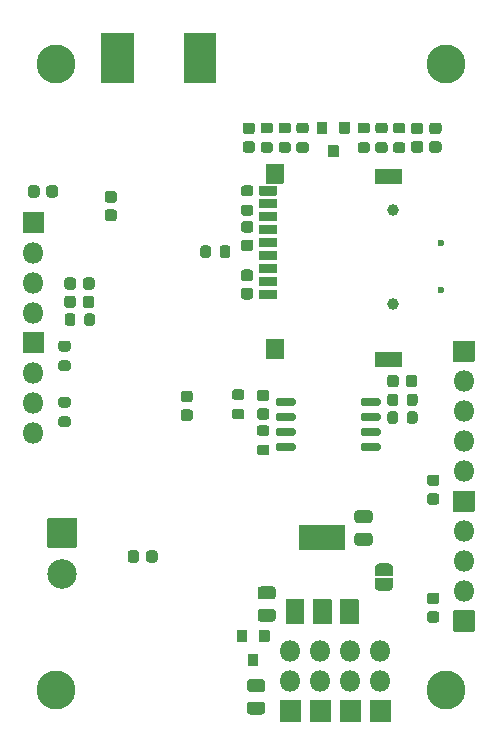
<source format=gbr>
G04 #@! TF.GenerationSoftware,KiCad,Pcbnew,(5.1.7)-1*
G04 #@! TF.CreationDate,2021-03-01T18:39:25+01:00*
G04 #@! TF.ProjectId,Zeggreus,5a656767-7265-4757-932e-6b696361645f,rev?*
G04 #@! TF.SameCoordinates,Original*
G04 #@! TF.FileFunction,Soldermask,Bot*
G04 #@! TF.FilePolarity,Negative*
%FSLAX46Y46*%
G04 Gerber Fmt 4.6, Leading zero omitted, Abs format (unit mm)*
G04 Created by KiCad (PCBNEW (5.1.7)-1) date 2021-03-01 18:39:25*
%MOMM*%
%LPD*%
G01*
G04 APERTURE LIST*
%ADD10C,0.100000*%
%ADD11O,1.800000X1.800000*%
%ADD12C,2.500000*%
%ADD13O,0.600000X0.600000*%
%ADD14C,3.300000*%
%ADD15C,1.000000*%
G04 APERTURE END LIST*
D10*
G36*
X160549039Y-104359755D02*
G01*
X160546194Y-104369134D01*
X160541573Y-104377779D01*
X160535355Y-104385355D01*
X160527779Y-104391573D01*
X160519134Y-104396194D01*
X160509755Y-104399039D01*
X160500000Y-104400000D01*
X159000000Y-104400000D01*
X158990245Y-104399039D01*
X158980866Y-104396194D01*
X158972221Y-104391573D01*
X158964645Y-104385355D01*
X158958427Y-104377779D01*
X158953806Y-104369134D01*
X158950961Y-104359755D01*
X158950000Y-104350000D01*
X158950000Y-103850000D01*
X158950602Y-103843889D01*
X158950602Y-103825466D01*
X158950843Y-103820565D01*
X158955653Y-103771734D01*
X158956373Y-103766881D01*
X158965945Y-103718756D01*
X158967137Y-103713995D01*
X158981381Y-103667040D01*
X158983034Y-103662421D01*
X159001811Y-103617088D01*
X159003909Y-103612651D01*
X159027040Y-103569378D01*
X159029562Y-103565171D01*
X159056822Y-103524372D01*
X159059746Y-103520430D01*
X159090874Y-103482501D01*
X159094169Y-103478866D01*
X159128866Y-103444169D01*
X159132501Y-103440874D01*
X159170430Y-103409746D01*
X159174372Y-103406822D01*
X159215171Y-103379562D01*
X159219378Y-103377040D01*
X159262651Y-103353909D01*
X159267088Y-103351811D01*
X159312421Y-103333034D01*
X159317040Y-103331381D01*
X159363995Y-103317137D01*
X159368756Y-103315945D01*
X159416881Y-103306373D01*
X159421734Y-103305653D01*
X159470565Y-103300843D01*
X159475466Y-103300602D01*
X159493889Y-103300602D01*
X159500000Y-103300000D01*
X160000000Y-103300000D01*
X160006111Y-103300602D01*
X160024534Y-103300602D01*
X160029435Y-103300843D01*
X160078266Y-103305653D01*
X160083119Y-103306373D01*
X160131244Y-103315945D01*
X160136005Y-103317137D01*
X160182960Y-103331381D01*
X160187579Y-103333034D01*
X160232912Y-103351811D01*
X160237349Y-103353909D01*
X160280622Y-103377040D01*
X160284829Y-103379562D01*
X160325628Y-103406822D01*
X160329570Y-103409746D01*
X160367499Y-103440874D01*
X160371134Y-103444169D01*
X160405831Y-103478866D01*
X160409126Y-103482501D01*
X160440254Y-103520430D01*
X160443178Y-103524372D01*
X160470438Y-103565171D01*
X160472960Y-103569378D01*
X160496091Y-103612651D01*
X160498189Y-103617088D01*
X160516966Y-103662421D01*
X160518619Y-103667040D01*
X160532863Y-103713995D01*
X160534055Y-103718756D01*
X160543627Y-103766881D01*
X160544347Y-103771734D01*
X160549157Y-103820565D01*
X160549398Y-103825466D01*
X160549398Y-103843889D01*
X160550000Y-103850000D01*
X160550000Y-104350000D01*
X160549039Y-104359755D01*
G37*
G36*
X160549398Y-105156111D02*
G01*
X160549398Y-105174534D01*
X160549157Y-105179435D01*
X160544347Y-105228266D01*
X160543627Y-105233119D01*
X160534055Y-105281244D01*
X160532863Y-105286005D01*
X160518619Y-105332960D01*
X160516966Y-105337579D01*
X160498189Y-105382912D01*
X160496091Y-105387349D01*
X160472960Y-105430622D01*
X160470438Y-105434829D01*
X160443178Y-105475628D01*
X160440254Y-105479570D01*
X160409126Y-105517499D01*
X160405831Y-105521134D01*
X160371134Y-105555831D01*
X160367499Y-105559126D01*
X160329570Y-105590254D01*
X160325628Y-105593178D01*
X160284829Y-105620438D01*
X160280622Y-105622960D01*
X160237349Y-105646091D01*
X160232912Y-105648189D01*
X160187579Y-105666966D01*
X160182960Y-105668619D01*
X160136005Y-105682863D01*
X160131244Y-105684055D01*
X160083119Y-105693627D01*
X160078266Y-105694347D01*
X160029435Y-105699157D01*
X160024534Y-105699398D01*
X160006111Y-105699398D01*
X160000000Y-105700000D01*
X159500000Y-105700000D01*
X159493889Y-105699398D01*
X159475466Y-105699398D01*
X159470565Y-105699157D01*
X159421734Y-105694347D01*
X159416881Y-105693627D01*
X159368756Y-105684055D01*
X159363995Y-105682863D01*
X159317040Y-105668619D01*
X159312421Y-105666966D01*
X159267088Y-105648189D01*
X159262651Y-105646091D01*
X159219378Y-105622960D01*
X159215171Y-105620438D01*
X159174372Y-105593178D01*
X159170430Y-105590254D01*
X159132501Y-105559126D01*
X159128866Y-105555831D01*
X159094169Y-105521134D01*
X159090874Y-105517499D01*
X159059746Y-105479570D01*
X159056822Y-105475628D01*
X159029562Y-105434829D01*
X159027040Y-105430622D01*
X159003909Y-105387349D01*
X159001811Y-105382912D01*
X158983034Y-105337579D01*
X158981381Y-105332960D01*
X158967137Y-105286005D01*
X158965945Y-105281244D01*
X158956373Y-105233119D01*
X158955653Y-105228266D01*
X158950843Y-105179435D01*
X158950602Y-105174534D01*
X158950602Y-105156111D01*
X158950000Y-105150000D01*
X158950000Y-104650000D01*
X158950961Y-104640245D01*
X158953806Y-104630866D01*
X158958427Y-104622221D01*
X158964645Y-104614645D01*
X158972221Y-104608427D01*
X158980866Y-104603806D01*
X158990245Y-104600961D01*
X159000000Y-104600000D01*
X160500000Y-104600000D01*
X160509755Y-104600961D01*
X160519134Y-104603806D01*
X160527779Y-104608427D01*
X160535355Y-104614645D01*
X160541573Y-104622221D01*
X160546194Y-104630866D01*
X160549039Y-104640245D01*
X160550000Y-104650000D01*
X160550000Y-105150000D01*
X160549398Y-105156111D01*
G37*
G36*
G01*
X132400000Y-90900000D02*
X133000000Y-90900000D01*
G75*
G02*
X133225000Y-91125000I0J-225000D01*
G01*
X133225000Y-91575000D01*
G75*
G02*
X133000000Y-91800000I-225000J0D01*
G01*
X132400000Y-91800000D01*
G75*
G02*
X132175000Y-91575000I0J225000D01*
G01*
X132175000Y-91125000D01*
G75*
G02*
X132400000Y-90900000I225000J0D01*
G01*
G37*
G36*
G01*
X132400000Y-89250000D02*
X133000000Y-89250000D01*
G75*
G02*
X133225000Y-89475000I0J-225000D01*
G01*
X133225000Y-89925000D01*
G75*
G02*
X133000000Y-90150000I-225000J0D01*
G01*
X132400000Y-90150000D01*
G75*
G02*
X132175000Y-89925000I0J225000D01*
G01*
X132175000Y-89475000D01*
G75*
G02*
X132400000Y-89250000I225000J0D01*
G01*
G37*
D11*
X130050000Y-92260000D03*
X130050000Y-89720000D03*
X130050000Y-87180000D03*
G36*
G01*
X129150000Y-85490000D02*
X129150000Y-83790000D01*
G75*
G02*
X129200000Y-83740000I50000J0D01*
G01*
X130900000Y-83740000D01*
G75*
G02*
X130950000Y-83790000I0J-50000D01*
G01*
X130950000Y-85490000D01*
G75*
G02*
X130900000Y-85540000I-50000J0D01*
G01*
X129200000Y-85540000D01*
G75*
G02*
X129150000Y-85490000I0J50000D01*
G01*
G37*
G36*
G01*
X132400000Y-86150000D02*
X133000000Y-86150000D01*
G75*
G02*
X133225000Y-86375000I0J-225000D01*
G01*
X133225000Y-86825000D01*
G75*
G02*
X133000000Y-87050000I-225000J0D01*
G01*
X132400000Y-87050000D01*
G75*
G02*
X132175000Y-86825000I0J225000D01*
G01*
X132175000Y-86375000D01*
G75*
G02*
X132400000Y-86150000I225000J0D01*
G01*
G37*
G36*
G01*
X132400000Y-84500000D02*
X133000000Y-84500000D01*
G75*
G02*
X133225000Y-84725000I0J-225000D01*
G01*
X133225000Y-85175000D01*
G75*
G02*
X133000000Y-85400000I-225000J0D01*
G01*
X132400000Y-85400000D01*
G75*
G02*
X132175000Y-85175000I0J225000D01*
G01*
X132175000Y-84725000D01*
G75*
G02*
X132400000Y-84500000I225000J0D01*
G01*
G37*
D12*
X132500000Y-104250000D03*
G36*
G01*
X131300000Y-99500000D02*
X133700000Y-99500000D01*
G75*
G02*
X133750000Y-99550000I0J-50000D01*
G01*
X133750000Y-101950000D01*
G75*
G02*
X133700000Y-102000000I-50000J0D01*
G01*
X131300000Y-102000000D01*
G75*
G02*
X131250000Y-101950000I0J50000D01*
G01*
X131250000Y-99550000D01*
G75*
G02*
X131300000Y-99500000I50000J0D01*
G01*
G37*
G36*
G01*
X152550000Y-67675000D02*
X153150000Y-67675000D01*
G75*
G02*
X153375000Y-67900000I0J-225000D01*
G01*
X153375000Y-68350000D01*
G75*
G02*
X153150000Y-68575000I-225000J0D01*
G01*
X152550000Y-68575000D01*
G75*
G02*
X152325000Y-68350000I0J225000D01*
G01*
X152325000Y-67900000D01*
G75*
G02*
X152550000Y-67675000I225000J0D01*
G01*
G37*
G36*
G01*
X152550000Y-66025000D02*
X153150000Y-66025000D01*
G75*
G02*
X153375000Y-66250000I0J-225000D01*
G01*
X153375000Y-66700000D01*
G75*
G02*
X153150000Y-66925000I-225000J0D01*
G01*
X152550000Y-66925000D01*
G75*
G02*
X152325000Y-66700000I0J225000D01*
G01*
X152325000Y-66250000D01*
G75*
G02*
X152550000Y-66025000I225000J0D01*
G01*
G37*
G36*
G01*
X165616000Y-86242000D02*
X165616000Y-84542000D01*
G75*
G02*
X165666000Y-84492000I50000J0D01*
G01*
X167366000Y-84492000D01*
G75*
G02*
X167416000Y-84542000I0J-50000D01*
G01*
X167416000Y-86242000D01*
G75*
G02*
X167366000Y-86292000I-50000J0D01*
G01*
X165666000Y-86292000D01*
G75*
G02*
X165616000Y-86242000I0J50000D01*
G01*
G37*
G36*
G01*
X131150000Y-72125000D02*
X131150000Y-71575000D01*
G75*
G02*
X131400000Y-71325000I250000J0D01*
G01*
X131900000Y-71325000D01*
G75*
G02*
X132150000Y-71575000I0J-250000D01*
G01*
X132150000Y-72125000D01*
G75*
G02*
X131900000Y-72375000I-250000J0D01*
G01*
X131400000Y-72375000D01*
G75*
G02*
X131150000Y-72125000I0J250000D01*
G01*
G37*
G36*
G01*
X129600000Y-72125000D02*
X129600000Y-71575000D01*
G75*
G02*
X129850000Y-71325000I250000J0D01*
G01*
X130350000Y-71325000D01*
G75*
G02*
X130600000Y-71575000I0J-250000D01*
G01*
X130600000Y-72125000D01*
G75*
G02*
X130350000Y-72375000I-250000J0D01*
G01*
X129850000Y-72375000D01*
G75*
G02*
X129600000Y-72125000I0J250000D01*
G01*
G37*
G36*
G01*
X162275000Y-67575000D02*
X162825000Y-67575000D01*
G75*
G02*
X163075000Y-67825000I0J-250000D01*
G01*
X163075000Y-68325000D01*
G75*
G02*
X162825000Y-68575000I-250000J0D01*
G01*
X162275000Y-68575000D01*
G75*
G02*
X162025000Y-68325000I0J250000D01*
G01*
X162025000Y-67825000D01*
G75*
G02*
X162275000Y-67575000I250000J0D01*
G01*
G37*
G36*
G01*
X162275000Y-66025000D02*
X162825000Y-66025000D01*
G75*
G02*
X163075000Y-66275000I0J-250000D01*
G01*
X163075000Y-66775000D01*
G75*
G02*
X162825000Y-67025000I-250000J0D01*
G01*
X162275000Y-67025000D01*
G75*
G02*
X162025000Y-66775000I0J250000D01*
G01*
X162025000Y-66275000D01*
G75*
G02*
X162275000Y-66025000I250000J0D01*
G01*
G37*
G36*
G01*
X138527636Y-62687000D02*
X135862636Y-62687000D01*
G75*
G02*
X135812636Y-62637000I0J50000D01*
G01*
X135812636Y-58447000D01*
G75*
G02*
X135862636Y-58397000I50000J0D01*
G01*
X138527636Y-58397000D01*
G75*
G02*
X138577636Y-58447000I0J-50000D01*
G01*
X138577636Y-62637000D01*
G75*
G02*
X138527636Y-62687000I-50000J0D01*
G01*
G37*
G36*
G01*
X145512636Y-62687000D02*
X142847636Y-62687000D01*
G75*
G02*
X142797636Y-62637000I0J50000D01*
G01*
X142797636Y-58447000D01*
G75*
G02*
X142847636Y-58397000I50000J0D01*
G01*
X145512636Y-58397000D01*
G75*
G02*
X145562636Y-58447000I0J-50000D01*
G01*
X145562636Y-62637000D01*
G75*
G02*
X145512636Y-62687000I-50000J0D01*
G01*
G37*
D11*
X130050000Y-82100000D03*
X130050000Y-79560000D03*
X130050000Y-77020000D03*
G36*
G01*
X129150000Y-75330000D02*
X129150000Y-73630000D01*
G75*
G02*
X129200000Y-73580000I50000J0D01*
G01*
X130900000Y-73580000D01*
G75*
G02*
X130950000Y-73630000I0J-50000D01*
G01*
X130950000Y-75330000D01*
G75*
G02*
X130900000Y-75380000I-50000J0D01*
G01*
X129200000Y-75380000D01*
G75*
G02*
X129150000Y-75330000I0J50000D01*
G01*
G37*
G36*
G01*
X136891000Y-72817000D02*
X136341000Y-72817000D01*
G75*
G02*
X136091000Y-72567000I0J250000D01*
G01*
X136091000Y-72067000D01*
G75*
G02*
X136341000Y-71817000I250000J0D01*
G01*
X136891000Y-71817000D01*
G75*
G02*
X137141000Y-72067000I0J-250000D01*
G01*
X137141000Y-72567000D01*
G75*
G02*
X136891000Y-72817000I-250000J0D01*
G01*
G37*
G36*
G01*
X136891000Y-74367000D02*
X136341000Y-74367000D01*
G75*
G02*
X136091000Y-74117000I0J250000D01*
G01*
X136091000Y-73617000D01*
G75*
G02*
X136341000Y-73367000I250000J0D01*
G01*
X136891000Y-73367000D01*
G75*
G02*
X137141000Y-73617000I0J-250000D01*
G01*
X137141000Y-74117000D01*
G75*
G02*
X136891000Y-74367000I-250000J0D01*
G01*
G37*
G36*
G01*
X133625000Y-82400000D02*
X133625000Y-83000000D01*
G75*
G02*
X133400000Y-83225000I-225000J0D01*
G01*
X132950000Y-83225000D01*
G75*
G02*
X132725000Y-83000000I0J225000D01*
G01*
X132725000Y-82400000D01*
G75*
G02*
X132950000Y-82175000I225000J0D01*
G01*
X133400000Y-82175000D01*
G75*
G02*
X133625000Y-82400000I0J-225000D01*
G01*
G37*
G36*
G01*
X135275000Y-82400000D02*
X135275000Y-83000000D01*
G75*
G02*
X135050000Y-83225000I-225000J0D01*
G01*
X134600000Y-83225000D01*
G75*
G02*
X134375000Y-83000000I0J225000D01*
G01*
X134375000Y-82400000D01*
G75*
G02*
X134600000Y-82175000I225000J0D01*
G01*
X135050000Y-82175000D01*
G75*
G02*
X135275000Y-82400000I0J-225000D01*
G01*
G37*
G36*
G01*
X151650000Y-66925000D02*
X151050000Y-66925000D01*
G75*
G02*
X150825000Y-66700000I0J225000D01*
G01*
X150825000Y-66250000D01*
G75*
G02*
X151050000Y-66025000I225000J0D01*
G01*
X151650000Y-66025000D01*
G75*
G02*
X151875000Y-66250000I0J-225000D01*
G01*
X151875000Y-66700000D01*
G75*
G02*
X151650000Y-66925000I-225000J0D01*
G01*
G37*
G36*
G01*
X151650000Y-68575000D02*
X151050000Y-68575000D01*
G75*
G02*
X150825000Y-68350000I0J225000D01*
G01*
X150825000Y-67900000D01*
G75*
G02*
X151050000Y-67675000I225000J0D01*
G01*
X151650000Y-67675000D01*
G75*
G02*
X151875000Y-67900000I0J-225000D01*
G01*
X151875000Y-68350000D01*
G75*
G02*
X151650000Y-68575000I-225000J0D01*
G01*
G37*
G36*
G01*
X148266000Y-110992000D02*
X149066000Y-110992000D01*
G75*
G02*
X149116000Y-111042000I0J-50000D01*
G01*
X149116000Y-111942000D01*
G75*
G02*
X149066000Y-111992000I-50000J0D01*
G01*
X148266000Y-111992000D01*
G75*
G02*
X148216000Y-111942000I0J50000D01*
G01*
X148216000Y-111042000D01*
G75*
G02*
X148266000Y-110992000I50000J0D01*
G01*
G37*
G36*
G01*
X149216000Y-108992000D02*
X150016000Y-108992000D01*
G75*
G02*
X150066000Y-109042000I0J-50000D01*
G01*
X150066000Y-109942000D01*
G75*
G02*
X150016000Y-109992000I-50000J0D01*
G01*
X149216000Y-109992000D01*
G75*
G02*
X149166000Y-109942000I0J50000D01*
G01*
X149166000Y-109042000D01*
G75*
G02*
X149216000Y-108992000I50000J0D01*
G01*
G37*
G36*
G01*
X147316000Y-108992000D02*
X148116000Y-108992000D01*
G75*
G02*
X148166000Y-109042000I0J-50000D01*
G01*
X148166000Y-109942000D01*
G75*
G02*
X148116000Y-109992000I-50000J0D01*
G01*
X147316000Y-109992000D01*
G75*
G02*
X147266000Y-109942000I0J50000D01*
G01*
X147266000Y-109042000D01*
G75*
G02*
X147316000Y-108992000I50000J0D01*
G01*
G37*
G36*
G01*
X150316000Y-106392000D02*
X149316000Y-106392000D01*
G75*
G02*
X149041000Y-106117000I0J275000D01*
G01*
X149041000Y-105567000D01*
G75*
G02*
X149316000Y-105292000I275000J0D01*
G01*
X150316000Y-105292000D01*
G75*
G02*
X150591000Y-105567000I0J-275000D01*
G01*
X150591000Y-106117000D01*
G75*
G02*
X150316000Y-106392000I-275000J0D01*
G01*
G37*
G36*
G01*
X150316000Y-108292000D02*
X149316000Y-108292000D01*
G75*
G02*
X149041000Y-108017000I0J275000D01*
G01*
X149041000Y-107467000D01*
G75*
G02*
X149316000Y-107192000I275000J0D01*
G01*
X150316000Y-107192000D01*
G75*
G02*
X150591000Y-107467000I0J-275000D01*
G01*
X150591000Y-108017000D01*
G75*
G02*
X150316000Y-108292000I-275000J0D01*
G01*
G37*
G36*
G01*
X145850000Y-77250000D02*
X145850000Y-76650000D01*
G75*
G02*
X146075000Y-76425000I225000J0D01*
G01*
X146525000Y-76425000D01*
G75*
G02*
X146750000Y-76650000I0J-225000D01*
G01*
X146750000Y-77250000D01*
G75*
G02*
X146525000Y-77475000I-225000J0D01*
G01*
X146075000Y-77475000D01*
G75*
G02*
X145850000Y-77250000I0J225000D01*
G01*
G37*
G36*
G01*
X144200000Y-77250000D02*
X144200000Y-76650000D01*
G75*
G02*
X144425000Y-76425000I225000J0D01*
G01*
X144875000Y-76425000D01*
G75*
G02*
X145100000Y-76650000I0J-225000D01*
G01*
X145100000Y-77250000D01*
G75*
G02*
X144875000Y-77475000I-225000J0D01*
G01*
X144425000Y-77475000D01*
G75*
G02*
X144200000Y-77250000I0J225000D01*
G01*
G37*
G36*
G01*
X147866000Y-72992000D02*
X148466000Y-72992000D01*
G75*
G02*
X148691000Y-73217000I0J-225000D01*
G01*
X148691000Y-73667000D01*
G75*
G02*
X148466000Y-73892000I-225000J0D01*
G01*
X147866000Y-73892000D01*
G75*
G02*
X147641000Y-73667000I0J225000D01*
G01*
X147641000Y-73217000D01*
G75*
G02*
X147866000Y-72992000I225000J0D01*
G01*
G37*
G36*
G01*
X147866000Y-71342000D02*
X148466000Y-71342000D01*
G75*
G02*
X148691000Y-71567000I0J-225000D01*
G01*
X148691000Y-72017000D01*
G75*
G02*
X148466000Y-72242000I-225000J0D01*
G01*
X147866000Y-72242000D01*
G75*
G02*
X147641000Y-72017000I0J225000D01*
G01*
X147641000Y-71567000D01*
G75*
G02*
X147866000Y-71342000I225000J0D01*
G01*
G37*
G36*
G01*
X147700000Y-89500000D02*
X147100000Y-89500000D01*
G75*
G02*
X146875000Y-89275000I0J225000D01*
G01*
X146875000Y-88825000D01*
G75*
G02*
X147100000Y-88600000I225000J0D01*
G01*
X147700000Y-88600000D01*
G75*
G02*
X147925000Y-88825000I0J-225000D01*
G01*
X147925000Y-89275000D01*
G75*
G02*
X147700000Y-89500000I-225000J0D01*
G01*
G37*
G36*
G01*
X147700000Y-91150000D02*
X147100000Y-91150000D01*
G75*
G02*
X146875000Y-90925000I0J225000D01*
G01*
X146875000Y-90475000D01*
G75*
G02*
X147100000Y-90250000I225000J0D01*
G01*
X147700000Y-90250000D01*
G75*
G02*
X147925000Y-90475000I0J-225000D01*
G01*
X147925000Y-90925000D01*
G75*
G02*
X147700000Y-91150000I-225000J0D01*
G01*
G37*
G36*
G01*
X150125000Y-66925000D02*
X149525000Y-66925000D01*
G75*
G02*
X149300000Y-66700000I0J225000D01*
G01*
X149300000Y-66250000D01*
G75*
G02*
X149525000Y-66025000I225000J0D01*
G01*
X150125000Y-66025000D01*
G75*
G02*
X150350000Y-66250000I0J-225000D01*
G01*
X150350000Y-66700000D01*
G75*
G02*
X150125000Y-66925000I-225000J0D01*
G01*
G37*
G36*
G01*
X150125000Y-68575000D02*
X149525000Y-68575000D01*
G75*
G02*
X149300000Y-68350000I0J225000D01*
G01*
X149300000Y-67900000D01*
G75*
G02*
X149525000Y-67675000I225000J0D01*
G01*
X150125000Y-67675000D01*
G75*
G02*
X150350000Y-67900000I0J-225000D01*
G01*
X150350000Y-68350000D01*
G75*
G02*
X150125000Y-68575000I-225000J0D01*
G01*
G37*
G36*
G01*
X160941000Y-89192000D02*
X160941000Y-89792000D01*
G75*
G02*
X160716000Y-90017000I-225000J0D01*
G01*
X160266000Y-90017000D01*
G75*
G02*
X160041000Y-89792000I0J225000D01*
G01*
X160041000Y-89192000D01*
G75*
G02*
X160266000Y-88967000I225000J0D01*
G01*
X160716000Y-88967000D01*
G75*
G02*
X160941000Y-89192000I0J-225000D01*
G01*
G37*
G36*
G01*
X162591000Y-89192000D02*
X162591000Y-89792000D01*
G75*
G02*
X162366000Y-90017000I-225000J0D01*
G01*
X161916000Y-90017000D01*
G75*
G02*
X161691000Y-89792000I0J225000D01*
G01*
X161691000Y-89192000D01*
G75*
G02*
X161916000Y-88967000I225000J0D01*
G01*
X162366000Y-88967000D01*
G75*
G02*
X162591000Y-89192000I0J-225000D01*
G01*
G37*
G36*
G01*
X160941000Y-90692000D02*
X160941000Y-91292000D01*
G75*
G02*
X160716000Y-91517000I-225000J0D01*
G01*
X160266000Y-91517000D01*
G75*
G02*
X160041000Y-91292000I0J225000D01*
G01*
X160041000Y-90692000D01*
G75*
G02*
X160266000Y-90467000I225000J0D01*
G01*
X160716000Y-90467000D01*
G75*
G02*
X160941000Y-90692000I0J-225000D01*
G01*
G37*
G36*
G01*
X162591000Y-90692000D02*
X162591000Y-91292000D01*
G75*
G02*
X162366000Y-91517000I-225000J0D01*
G01*
X161916000Y-91517000D01*
G75*
G02*
X161691000Y-91292000I0J225000D01*
G01*
X161691000Y-90692000D01*
G75*
G02*
X161916000Y-90467000I225000J0D01*
G01*
X162366000Y-90467000D01*
G75*
G02*
X162591000Y-90692000I0J-225000D01*
G01*
G37*
G36*
G01*
X149816000Y-94192000D02*
X149216000Y-94192000D01*
G75*
G02*
X148991000Y-93967000I0J225000D01*
G01*
X148991000Y-93517000D01*
G75*
G02*
X149216000Y-93292000I225000J0D01*
G01*
X149816000Y-93292000D01*
G75*
G02*
X150041000Y-93517000I0J-225000D01*
G01*
X150041000Y-93967000D01*
G75*
G02*
X149816000Y-94192000I-225000J0D01*
G01*
G37*
G36*
G01*
X149816000Y-92542000D02*
X149216000Y-92542000D01*
G75*
G02*
X148991000Y-92317000I0J225000D01*
G01*
X148991000Y-91867000D01*
G75*
G02*
X149216000Y-91642000I225000J0D01*
G01*
X149816000Y-91642000D01*
G75*
G02*
X150041000Y-91867000I0J-225000D01*
G01*
X150041000Y-92317000D01*
G75*
G02*
X149816000Y-92542000I-225000J0D01*
G01*
G37*
X166516000Y-100592000D03*
X166516000Y-103132000D03*
X166516000Y-105672000D03*
G36*
G01*
X167416000Y-107362000D02*
X167416000Y-109062000D01*
G75*
G02*
X167366000Y-109112000I-50000J0D01*
G01*
X165666000Y-109112000D01*
G75*
G02*
X165616000Y-109062000I0J50000D01*
G01*
X165616000Y-107362000D01*
G75*
G02*
X165666000Y-107312000I50000J0D01*
G01*
X167366000Y-107312000D01*
G75*
G02*
X167416000Y-107362000I0J-50000D01*
G01*
G37*
X166516000Y-87932000D03*
X166516000Y-90472000D03*
X166516000Y-93012000D03*
X166516000Y-95552000D03*
G36*
G01*
X167416000Y-97242000D02*
X167416000Y-98942000D01*
G75*
G02*
X167366000Y-98992000I-50000J0D01*
G01*
X165666000Y-98992000D01*
G75*
G02*
X165616000Y-98942000I0J50000D01*
G01*
X165616000Y-97242000D01*
G75*
G02*
X165666000Y-97192000I50000J0D01*
G01*
X167366000Y-97192000D01*
G75*
G02*
X167416000Y-97242000I0J-50000D01*
G01*
G37*
D13*
X164566000Y-80192000D03*
X164566000Y-76192000D03*
D14*
X132016000Y-61092000D03*
X165016000Y-61092000D03*
X132016000Y-114092000D03*
X165016000Y-114092000D03*
G36*
G01*
X148416000Y-115042000D02*
X149416000Y-115042000D01*
G75*
G02*
X149691000Y-115317000I0J-275000D01*
G01*
X149691000Y-115867000D01*
G75*
G02*
X149416000Y-116142000I-275000J0D01*
G01*
X148416000Y-116142000D01*
G75*
G02*
X148141000Y-115867000I0J275000D01*
G01*
X148141000Y-115317000D01*
G75*
G02*
X148416000Y-115042000I275000J0D01*
G01*
G37*
G36*
G01*
X148416000Y-113142000D02*
X149416000Y-113142000D01*
G75*
G02*
X149691000Y-113417000I0J-275000D01*
G01*
X149691000Y-113967000D01*
G75*
G02*
X149416000Y-114242000I-275000J0D01*
G01*
X148416000Y-114242000D01*
G75*
G02*
X148141000Y-113967000I0J275000D01*
G01*
X148141000Y-113417000D01*
G75*
G02*
X148416000Y-113142000I275000J0D01*
G01*
G37*
G36*
G01*
X158516000Y-99942000D02*
X157516000Y-99942000D01*
G75*
G02*
X157241000Y-99667000I0J275000D01*
G01*
X157241000Y-99117000D01*
G75*
G02*
X157516000Y-98842000I275000J0D01*
G01*
X158516000Y-98842000D01*
G75*
G02*
X158791000Y-99117000I0J-275000D01*
G01*
X158791000Y-99667000D01*
G75*
G02*
X158516000Y-99942000I-275000J0D01*
G01*
G37*
G36*
G01*
X158516000Y-101842000D02*
X157516000Y-101842000D01*
G75*
G02*
X157241000Y-101567000I0J275000D01*
G01*
X157241000Y-101017000D01*
G75*
G02*
X157516000Y-100742000I275000J0D01*
G01*
X158516000Y-100742000D01*
G75*
G02*
X158791000Y-101017000I0J-275000D01*
G01*
X158791000Y-101567000D01*
G75*
G02*
X158516000Y-101842000I-275000J0D01*
G01*
G37*
G36*
G01*
X157734000Y-67683000D02*
X158334000Y-67683000D01*
G75*
G02*
X158559000Y-67908000I0J-225000D01*
G01*
X158559000Y-68358000D01*
G75*
G02*
X158334000Y-68583000I-225000J0D01*
G01*
X157734000Y-68583000D01*
G75*
G02*
X157509000Y-68358000I0J225000D01*
G01*
X157509000Y-67908000D01*
G75*
G02*
X157734000Y-67683000I225000J0D01*
G01*
G37*
G36*
G01*
X157734000Y-66033000D02*
X158334000Y-66033000D01*
G75*
G02*
X158559000Y-66258000I0J-225000D01*
G01*
X158559000Y-66708000D01*
G75*
G02*
X158334000Y-66933000I-225000J0D01*
G01*
X157734000Y-66933000D01*
G75*
G02*
X157509000Y-66708000I0J225000D01*
G01*
X157509000Y-66258000D01*
G75*
G02*
X157734000Y-66033000I225000J0D01*
G01*
G37*
G36*
G01*
X159234000Y-67683000D02*
X159834000Y-67683000D01*
G75*
G02*
X160059000Y-67908000I0J-225000D01*
G01*
X160059000Y-68358000D01*
G75*
G02*
X159834000Y-68583000I-225000J0D01*
G01*
X159234000Y-68583000D01*
G75*
G02*
X159009000Y-68358000I0J225000D01*
G01*
X159009000Y-67908000D01*
G75*
G02*
X159234000Y-67683000I225000J0D01*
G01*
G37*
G36*
G01*
X159234000Y-66033000D02*
X159834000Y-66033000D01*
G75*
G02*
X160059000Y-66258000I0J-225000D01*
G01*
X160059000Y-66708000D01*
G75*
G02*
X159834000Y-66933000I-225000J0D01*
G01*
X159234000Y-66933000D01*
G75*
G02*
X159009000Y-66708000I0J225000D01*
G01*
X159009000Y-66258000D01*
G75*
G02*
X159234000Y-66033000I225000J0D01*
G01*
G37*
G36*
G01*
X160734000Y-67683000D02*
X161334000Y-67683000D01*
G75*
G02*
X161559000Y-67908000I0J-225000D01*
G01*
X161559000Y-68358000D01*
G75*
G02*
X161334000Y-68583000I-225000J0D01*
G01*
X160734000Y-68583000D01*
G75*
G02*
X160509000Y-68358000I0J225000D01*
G01*
X160509000Y-67908000D01*
G75*
G02*
X160734000Y-67683000I225000J0D01*
G01*
G37*
G36*
G01*
X160734000Y-66033000D02*
X161334000Y-66033000D01*
G75*
G02*
X161559000Y-66258000I0J-225000D01*
G01*
X161559000Y-66708000D01*
G75*
G02*
X161334000Y-66933000I-225000J0D01*
G01*
X160734000Y-66933000D01*
G75*
G02*
X160509000Y-66708000I0J225000D01*
G01*
X160509000Y-66258000D01*
G75*
G02*
X160734000Y-66033000I225000J0D01*
G01*
G37*
G36*
G01*
X155050000Y-67950000D02*
X155850000Y-67950000D01*
G75*
G02*
X155900000Y-68000000I0J-50000D01*
G01*
X155900000Y-68900000D01*
G75*
G02*
X155850000Y-68950000I-50000J0D01*
G01*
X155050000Y-68950000D01*
G75*
G02*
X155000000Y-68900000I0J50000D01*
G01*
X155000000Y-68000000D01*
G75*
G02*
X155050000Y-67950000I50000J0D01*
G01*
G37*
G36*
G01*
X156000000Y-65950000D02*
X156800000Y-65950000D01*
G75*
G02*
X156850000Y-66000000I0J-50000D01*
G01*
X156850000Y-66900000D01*
G75*
G02*
X156800000Y-66950000I-50000J0D01*
G01*
X156000000Y-66950000D01*
G75*
G02*
X155950000Y-66900000I0J50000D01*
G01*
X155950000Y-66000000D01*
G75*
G02*
X156000000Y-65950000I50000J0D01*
G01*
G37*
G36*
G01*
X154100000Y-65950000D02*
X154900000Y-65950000D01*
G75*
G02*
X154950000Y-66000000I0J-50000D01*
G01*
X154950000Y-66900000D01*
G75*
G02*
X154900000Y-66950000I-50000J0D01*
G01*
X154100000Y-66950000D01*
G75*
G02*
X154050000Y-66900000I0J50000D01*
G01*
X154050000Y-66000000D01*
G75*
G02*
X154100000Y-65950000I50000J0D01*
G01*
G37*
G36*
G01*
X148425000Y-79450000D02*
X147875000Y-79450000D01*
G75*
G02*
X147625000Y-79200000I0J250000D01*
G01*
X147625000Y-78700000D01*
G75*
G02*
X147875000Y-78450000I250000J0D01*
G01*
X148425000Y-78450000D01*
G75*
G02*
X148675000Y-78700000I0J-250000D01*
G01*
X148675000Y-79200000D01*
G75*
G02*
X148425000Y-79450000I-250000J0D01*
G01*
G37*
G36*
G01*
X148425000Y-81000000D02*
X147875000Y-81000000D01*
G75*
G02*
X147625000Y-80750000I0J250000D01*
G01*
X147625000Y-80250000D01*
G75*
G02*
X147875000Y-80000000I250000J0D01*
G01*
X148425000Y-80000000D01*
G75*
G02*
X148675000Y-80250000I0J-250000D01*
G01*
X148675000Y-80750000D01*
G75*
G02*
X148425000Y-81000000I-250000J0D01*
G01*
G37*
G36*
G01*
X148581250Y-67000000D02*
X148018750Y-67000000D01*
G75*
G02*
X147775000Y-66756250I0J243750D01*
G01*
X147775000Y-66268750D01*
G75*
G02*
X148018750Y-66025000I243750J0D01*
G01*
X148581250Y-66025000D01*
G75*
G02*
X148825000Y-66268750I0J-243750D01*
G01*
X148825000Y-66756250D01*
G75*
G02*
X148581250Y-67000000I-243750J0D01*
G01*
G37*
G36*
G01*
X148581250Y-68575000D02*
X148018750Y-68575000D01*
G75*
G02*
X147775000Y-68331250I0J243750D01*
G01*
X147775000Y-67843750D01*
G75*
G02*
X148018750Y-67600000I243750J0D01*
G01*
X148581250Y-67600000D01*
G75*
G02*
X148825000Y-67843750I0J-243750D01*
G01*
X148825000Y-68331250D01*
G75*
G02*
X148581250Y-68575000I-243750J0D01*
G01*
G37*
G36*
G01*
X149216000Y-72492000D02*
X150616000Y-72492000D01*
G75*
G02*
X150666000Y-72542000I0J-50000D01*
G01*
X150666000Y-73242000D01*
G75*
G02*
X150616000Y-73292000I-50000J0D01*
G01*
X149216000Y-73292000D01*
G75*
G02*
X149166000Y-73242000I0J50000D01*
G01*
X149166000Y-72542000D01*
G75*
G02*
X149216000Y-72492000I50000J0D01*
G01*
G37*
G36*
G01*
X149216000Y-73592000D02*
X150616000Y-73592000D01*
G75*
G02*
X150666000Y-73642000I0J-50000D01*
G01*
X150666000Y-74342000D01*
G75*
G02*
X150616000Y-74392000I-50000J0D01*
G01*
X149216000Y-74392000D01*
G75*
G02*
X149166000Y-74342000I0J50000D01*
G01*
X149166000Y-73642000D01*
G75*
G02*
X149216000Y-73592000I50000J0D01*
G01*
G37*
G36*
G01*
X149216000Y-74692000D02*
X150616000Y-74692000D01*
G75*
G02*
X150666000Y-74742000I0J-50000D01*
G01*
X150666000Y-75442000D01*
G75*
G02*
X150616000Y-75492000I-50000J0D01*
G01*
X149216000Y-75492000D01*
G75*
G02*
X149166000Y-75442000I0J50000D01*
G01*
X149166000Y-74742000D01*
G75*
G02*
X149216000Y-74692000I50000J0D01*
G01*
G37*
G36*
G01*
X149216000Y-75792000D02*
X150616000Y-75792000D01*
G75*
G02*
X150666000Y-75842000I0J-50000D01*
G01*
X150666000Y-76542000D01*
G75*
G02*
X150616000Y-76592000I-50000J0D01*
G01*
X149216000Y-76592000D01*
G75*
G02*
X149166000Y-76542000I0J50000D01*
G01*
X149166000Y-75842000D01*
G75*
G02*
X149216000Y-75792000I50000J0D01*
G01*
G37*
G36*
G01*
X149216000Y-76892000D02*
X150616000Y-76892000D01*
G75*
G02*
X150666000Y-76942000I0J-50000D01*
G01*
X150666000Y-77642000D01*
G75*
G02*
X150616000Y-77692000I-50000J0D01*
G01*
X149216000Y-77692000D01*
G75*
G02*
X149166000Y-77642000I0J50000D01*
G01*
X149166000Y-76942000D01*
G75*
G02*
X149216000Y-76892000I50000J0D01*
G01*
G37*
G36*
G01*
X149216000Y-77992000D02*
X150616000Y-77992000D01*
G75*
G02*
X150666000Y-78042000I0J-50000D01*
G01*
X150666000Y-78742000D01*
G75*
G02*
X150616000Y-78792000I-50000J0D01*
G01*
X149216000Y-78792000D01*
G75*
G02*
X149166000Y-78742000I0J50000D01*
G01*
X149166000Y-78042000D01*
G75*
G02*
X149216000Y-77992000I50000J0D01*
G01*
G37*
G36*
G01*
X149216000Y-71392000D02*
X150616000Y-71392000D01*
G75*
G02*
X150666000Y-71442000I0J-50000D01*
G01*
X150666000Y-72142000D01*
G75*
G02*
X150616000Y-72192000I-50000J0D01*
G01*
X149216000Y-72192000D01*
G75*
G02*
X149166000Y-72142000I0J50000D01*
G01*
X149166000Y-71442000D01*
G75*
G02*
X149216000Y-71392000I50000J0D01*
G01*
G37*
G36*
G01*
X149216000Y-79092000D02*
X150616000Y-79092000D01*
G75*
G02*
X150666000Y-79142000I0J-50000D01*
G01*
X150666000Y-79842000D01*
G75*
G02*
X150616000Y-79892000I-50000J0D01*
G01*
X149216000Y-79892000D01*
G75*
G02*
X149166000Y-79842000I0J50000D01*
G01*
X149166000Y-79142000D01*
G75*
G02*
X149216000Y-79092000I50000J0D01*
G01*
G37*
G36*
G01*
X149816000Y-69492000D02*
X151216000Y-69492000D01*
G75*
G02*
X151266000Y-69542000I0J-50000D01*
G01*
X151266000Y-71142000D01*
G75*
G02*
X151216000Y-71192000I-50000J0D01*
G01*
X149816000Y-71192000D01*
G75*
G02*
X149766000Y-71142000I0J50000D01*
G01*
X149766000Y-69542000D01*
G75*
G02*
X149816000Y-69492000I50000J0D01*
G01*
G37*
G36*
G01*
X159016000Y-69942000D02*
X161216000Y-69942000D01*
G75*
G02*
X161266000Y-69992000I0J-50000D01*
G01*
X161266000Y-71192000D01*
G75*
G02*
X161216000Y-71242000I-50000J0D01*
G01*
X159016000Y-71242000D01*
G75*
G02*
X158966000Y-71192000I0J50000D01*
G01*
X158966000Y-69992000D01*
G75*
G02*
X159016000Y-69942000I50000J0D01*
G01*
G37*
G36*
G01*
X159016000Y-85442000D02*
X161216000Y-85442000D01*
G75*
G02*
X161266000Y-85492000I0J-50000D01*
G01*
X161266000Y-86692000D01*
G75*
G02*
X161216000Y-86742000I-50000J0D01*
G01*
X159016000Y-86742000D01*
G75*
G02*
X158966000Y-86692000I0J50000D01*
G01*
X158966000Y-85492000D01*
G75*
G02*
X159016000Y-85442000I50000J0D01*
G01*
G37*
D15*
X160516000Y-81392000D03*
X160516000Y-73392000D03*
G36*
G01*
X149816000Y-84342000D02*
X151216000Y-84342000D01*
G75*
G02*
X151266000Y-84392000I0J-50000D01*
G01*
X151266000Y-85992000D01*
G75*
G02*
X151216000Y-86042000I-50000J0D01*
G01*
X149816000Y-86042000D01*
G75*
G02*
X149766000Y-85992000I0J50000D01*
G01*
X149766000Y-84392000D01*
G75*
G02*
X149816000Y-84342000I50000J0D01*
G01*
G37*
G36*
G01*
X149216000Y-80192000D02*
X150616000Y-80192000D01*
G75*
G02*
X150666000Y-80242000I0J-50000D01*
G01*
X150666000Y-80942000D01*
G75*
G02*
X150616000Y-80992000I-50000J0D01*
G01*
X149216000Y-80992000D01*
G75*
G02*
X149166000Y-80942000I0J50000D01*
G01*
X149166000Y-80242000D01*
G75*
G02*
X149216000Y-80192000I50000J0D01*
G01*
G37*
G36*
G01*
X147884750Y-75929500D02*
X148447250Y-75929500D01*
G75*
G02*
X148691000Y-76173250I0J-243750D01*
G01*
X148691000Y-76660750D01*
G75*
G02*
X148447250Y-76904500I-243750J0D01*
G01*
X147884750Y-76904500D01*
G75*
G02*
X147641000Y-76660750I0J243750D01*
G01*
X147641000Y-76173250D01*
G75*
G02*
X147884750Y-75929500I243750J0D01*
G01*
G37*
G36*
G01*
X147884750Y-74354500D02*
X148447250Y-74354500D01*
G75*
G02*
X148691000Y-74598250I0J-243750D01*
G01*
X148691000Y-75085750D01*
G75*
G02*
X148447250Y-75329500I-243750J0D01*
G01*
X147884750Y-75329500D01*
G75*
G02*
X147641000Y-75085750I0J243750D01*
G01*
X147641000Y-74598250D01*
G75*
G02*
X147884750Y-74354500I243750J0D01*
G01*
G37*
G36*
G01*
X157766000Y-93672000D02*
X157766000Y-93322000D01*
G75*
G02*
X157941000Y-93147000I175000J0D01*
G01*
X159291000Y-93147000D01*
G75*
G02*
X159466000Y-93322000I0J-175000D01*
G01*
X159466000Y-93672000D01*
G75*
G02*
X159291000Y-93847000I-175000J0D01*
G01*
X157941000Y-93847000D01*
G75*
G02*
X157766000Y-93672000I0J175000D01*
G01*
G37*
G36*
G01*
X157766000Y-92402000D02*
X157766000Y-92052000D01*
G75*
G02*
X157941000Y-91877000I175000J0D01*
G01*
X159291000Y-91877000D01*
G75*
G02*
X159466000Y-92052000I0J-175000D01*
G01*
X159466000Y-92402000D01*
G75*
G02*
X159291000Y-92577000I-175000J0D01*
G01*
X157941000Y-92577000D01*
G75*
G02*
X157766000Y-92402000I0J175000D01*
G01*
G37*
G36*
G01*
X157766000Y-91132000D02*
X157766000Y-90782000D01*
G75*
G02*
X157941000Y-90607000I175000J0D01*
G01*
X159291000Y-90607000D01*
G75*
G02*
X159466000Y-90782000I0J-175000D01*
G01*
X159466000Y-91132000D01*
G75*
G02*
X159291000Y-91307000I-175000J0D01*
G01*
X157941000Y-91307000D01*
G75*
G02*
X157766000Y-91132000I0J175000D01*
G01*
G37*
G36*
G01*
X157766000Y-89862000D02*
X157766000Y-89512000D01*
G75*
G02*
X157941000Y-89337000I175000J0D01*
G01*
X159291000Y-89337000D01*
G75*
G02*
X159466000Y-89512000I0J-175000D01*
G01*
X159466000Y-89862000D01*
G75*
G02*
X159291000Y-90037000I-175000J0D01*
G01*
X157941000Y-90037000D01*
G75*
G02*
X157766000Y-89862000I0J175000D01*
G01*
G37*
G36*
G01*
X150566000Y-89862000D02*
X150566000Y-89512000D01*
G75*
G02*
X150741000Y-89337000I175000J0D01*
G01*
X152091000Y-89337000D01*
G75*
G02*
X152266000Y-89512000I0J-175000D01*
G01*
X152266000Y-89862000D01*
G75*
G02*
X152091000Y-90037000I-175000J0D01*
G01*
X150741000Y-90037000D01*
G75*
G02*
X150566000Y-89862000I0J175000D01*
G01*
G37*
G36*
G01*
X150566000Y-91132000D02*
X150566000Y-90782000D01*
G75*
G02*
X150741000Y-90607000I175000J0D01*
G01*
X152091000Y-90607000D01*
G75*
G02*
X152266000Y-90782000I0J-175000D01*
G01*
X152266000Y-91132000D01*
G75*
G02*
X152091000Y-91307000I-175000J0D01*
G01*
X150741000Y-91307000D01*
G75*
G02*
X150566000Y-91132000I0J175000D01*
G01*
G37*
G36*
G01*
X150566000Y-92402000D02*
X150566000Y-92052000D01*
G75*
G02*
X150741000Y-91877000I175000J0D01*
G01*
X152091000Y-91877000D01*
G75*
G02*
X152266000Y-92052000I0J-175000D01*
G01*
X152266000Y-92402000D01*
G75*
G02*
X152091000Y-92577000I-175000J0D01*
G01*
X150741000Y-92577000D01*
G75*
G02*
X150566000Y-92402000I0J175000D01*
G01*
G37*
G36*
G01*
X150566000Y-93672000D02*
X150566000Y-93322000D01*
G75*
G02*
X150741000Y-93147000I175000J0D01*
G01*
X152091000Y-93147000D01*
G75*
G02*
X152266000Y-93322000I0J-175000D01*
G01*
X152266000Y-93672000D01*
G75*
G02*
X152091000Y-93847000I-175000J0D01*
G01*
X150741000Y-93847000D01*
G75*
G02*
X150566000Y-93672000I0J175000D01*
G01*
G37*
G36*
G01*
X161600000Y-88181250D02*
X161600000Y-87618750D01*
G75*
G02*
X161843750Y-87375000I243750J0D01*
G01*
X162331250Y-87375000D01*
G75*
G02*
X162575000Y-87618750I0J-243750D01*
G01*
X162575000Y-88181250D01*
G75*
G02*
X162331250Y-88425000I-243750J0D01*
G01*
X161843750Y-88425000D01*
G75*
G02*
X161600000Y-88181250I0J243750D01*
G01*
G37*
G36*
G01*
X160025000Y-88181250D02*
X160025000Y-87618750D01*
G75*
G02*
X160268750Y-87375000I243750J0D01*
G01*
X160756250Y-87375000D01*
G75*
G02*
X161000000Y-87618750I0J-243750D01*
G01*
X161000000Y-88181250D01*
G75*
G02*
X160756250Y-88425000I-243750J0D01*
G01*
X160268750Y-88425000D01*
G75*
G02*
X160025000Y-88181250I0J243750D01*
G01*
G37*
G36*
G01*
X156416000Y-102192000D02*
X152616000Y-102192000D01*
G75*
G02*
X152566000Y-102142000I0J50000D01*
G01*
X152566000Y-100142000D01*
G75*
G02*
X152616000Y-100092000I50000J0D01*
G01*
X156416000Y-100092000D01*
G75*
G02*
X156466000Y-100142000I0J-50000D01*
G01*
X156466000Y-102142000D01*
G75*
G02*
X156416000Y-102192000I-50000J0D01*
G01*
G37*
G36*
G01*
X155266000Y-108492000D02*
X153766000Y-108492000D01*
G75*
G02*
X153716000Y-108442000I0J50000D01*
G01*
X153716000Y-106442000D01*
G75*
G02*
X153766000Y-106392000I50000J0D01*
G01*
X155266000Y-106392000D01*
G75*
G02*
X155316000Y-106442000I0J-50000D01*
G01*
X155316000Y-108442000D01*
G75*
G02*
X155266000Y-108492000I-50000J0D01*
G01*
G37*
G36*
G01*
X152966000Y-108492000D02*
X151466000Y-108492000D01*
G75*
G02*
X151416000Y-108442000I0J50000D01*
G01*
X151416000Y-106442000D01*
G75*
G02*
X151466000Y-106392000I50000J0D01*
G01*
X152966000Y-106392000D01*
G75*
G02*
X153016000Y-106442000I0J-50000D01*
G01*
X153016000Y-108442000D01*
G75*
G02*
X152966000Y-108492000I-50000J0D01*
G01*
G37*
G36*
G01*
X157566000Y-108492000D02*
X156066000Y-108492000D01*
G75*
G02*
X156016000Y-108442000I0J50000D01*
G01*
X156016000Y-106442000D01*
G75*
G02*
X156066000Y-106392000I50000J0D01*
G01*
X157566000Y-106392000D01*
G75*
G02*
X157616000Y-106442000I0J-50000D01*
G01*
X157616000Y-108442000D01*
G75*
G02*
X157566000Y-108492000I-50000J0D01*
G01*
G37*
D11*
X151829000Y-110752000D03*
X151829000Y-113292000D03*
G36*
G01*
X152729000Y-114982000D02*
X152729000Y-116682000D01*
G75*
G02*
X152679000Y-116732000I-50000J0D01*
G01*
X150979000Y-116732000D01*
G75*
G02*
X150929000Y-116682000I0J50000D01*
G01*
X150929000Y-114982000D01*
G75*
G02*
X150979000Y-114932000I50000J0D01*
G01*
X152679000Y-114932000D01*
G75*
G02*
X152729000Y-114982000I0J-50000D01*
G01*
G37*
G36*
G01*
X155269000Y-114982000D02*
X155269000Y-116682000D01*
G75*
G02*
X155219000Y-116732000I-50000J0D01*
G01*
X153519000Y-116732000D01*
G75*
G02*
X153469000Y-116682000I0J50000D01*
G01*
X153469000Y-114982000D01*
G75*
G02*
X153519000Y-114932000I50000J0D01*
G01*
X155219000Y-114932000D01*
G75*
G02*
X155269000Y-114982000I0J-50000D01*
G01*
G37*
X154369000Y-113292000D03*
X154369000Y-110752000D03*
G36*
G01*
X157809000Y-114982000D02*
X157809000Y-116682000D01*
G75*
G02*
X157759000Y-116732000I-50000J0D01*
G01*
X156059000Y-116732000D01*
G75*
G02*
X156009000Y-116682000I0J50000D01*
G01*
X156009000Y-114982000D01*
G75*
G02*
X156059000Y-114932000I50000J0D01*
G01*
X157759000Y-114932000D01*
G75*
G02*
X157809000Y-114982000I0J-50000D01*
G01*
G37*
X156909000Y-113292000D03*
X156909000Y-110752000D03*
X159449000Y-110752000D03*
X159449000Y-113292000D03*
G36*
G01*
X160349000Y-114982000D02*
X160349000Y-116682000D01*
G75*
G02*
X160299000Y-116732000I-50000J0D01*
G01*
X158599000Y-116732000D01*
G75*
G02*
X158549000Y-116682000I0J50000D01*
G01*
X158549000Y-114982000D01*
G75*
G02*
X158599000Y-114932000I50000J0D01*
G01*
X160299000Y-114932000D01*
G75*
G02*
X160349000Y-114982000I0J-50000D01*
G01*
G37*
G36*
G01*
X149234750Y-88629500D02*
X149797250Y-88629500D01*
G75*
G02*
X150041000Y-88873250I0J-243750D01*
G01*
X150041000Y-89360750D01*
G75*
G02*
X149797250Y-89604500I-243750J0D01*
G01*
X149234750Y-89604500D01*
G75*
G02*
X148991000Y-89360750I0J243750D01*
G01*
X148991000Y-88873250D01*
G75*
G02*
X149234750Y-88629500I243750J0D01*
G01*
G37*
G36*
G01*
X149234750Y-90204500D02*
X149797250Y-90204500D01*
G75*
G02*
X150041000Y-90448250I0J-243750D01*
G01*
X150041000Y-90935750D01*
G75*
G02*
X149797250Y-91179500I-243750J0D01*
G01*
X149234750Y-91179500D01*
G75*
G02*
X148991000Y-90935750I0J243750D01*
G01*
X148991000Y-90448250D01*
G75*
G02*
X149234750Y-90204500I243750J0D01*
G01*
G37*
G36*
G01*
X164197250Y-108367000D02*
X163634750Y-108367000D01*
G75*
G02*
X163391000Y-108123250I0J243750D01*
G01*
X163391000Y-107635750D01*
G75*
G02*
X163634750Y-107392000I243750J0D01*
G01*
X164197250Y-107392000D01*
G75*
G02*
X164441000Y-107635750I0J-243750D01*
G01*
X164441000Y-108123250D01*
G75*
G02*
X164197250Y-108367000I-243750J0D01*
G01*
G37*
G36*
G01*
X164197250Y-106792000D02*
X163634750Y-106792000D01*
G75*
G02*
X163391000Y-106548250I0J243750D01*
G01*
X163391000Y-106060750D01*
G75*
G02*
X163634750Y-105817000I243750J0D01*
G01*
X164197250Y-105817000D01*
G75*
G02*
X164441000Y-106060750I0J-243750D01*
G01*
X164441000Y-106548250D01*
G75*
G02*
X164197250Y-106792000I-243750J0D01*
G01*
G37*
G36*
G01*
X134266000Y-79931250D02*
X134266000Y-79368750D01*
G75*
G02*
X134509750Y-79125000I243750J0D01*
G01*
X134997250Y-79125000D01*
G75*
G02*
X135241000Y-79368750I0J-243750D01*
G01*
X135241000Y-79931250D01*
G75*
G02*
X134997250Y-80175000I-243750J0D01*
G01*
X134509750Y-80175000D01*
G75*
G02*
X134266000Y-79931250I0J243750D01*
G01*
G37*
G36*
G01*
X132691000Y-79931250D02*
X132691000Y-79368750D01*
G75*
G02*
X132934750Y-79125000I243750J0D01*
G01*
X133422250Y-79125000D01*
G75*
G02*
X133666000Y-79368750I0J-243750D01*
G01*
X133666000Y-79931250D01*
G75*
G02*
X133422250Y-80175000I-243750J0D01*
G01*
X132934750Y-80175000D01*
G75*
G02*
X132691000Y-79931250I0J243750D01*
G01*
G37*
G36*
G01*
X164381250Y-68575000D02*
X163818750Y-68575000D01*
G75*
G02*
X163575000Y-68331250I0J243750D01*
G01*
X163575000Y-67843750D01*
G75*
G02*
X163818750Y-67600000I243750J0D01*
G01*
X164381250Y-67600000D01*
G75*
G02*
X164625000Y-67843750I0J-243750D01*
G01*
X164625000Y-68331250D01*
G75*
G02*
X164381250Y-68575000I-243750J0D01*
G01*
G37*
G36*
G01*
X164381250Y-67000000D02*
X163818750Y-67000000D01*
G75*
G02*
X163575000Y-66756250I0J243750D01*
G01*
X163575000Y-66268750D01*
G75*
G02*
X163818750Y-66025000I243750J0D01*
G01*
X164381250Y-66025000D01*
G75*
G02*
X164625000Y-66268750I0J-243750D01*
G01*
X164625000Y-66756250D01*
G75*
G02*
X164381250Y-67000000I-243750J0D01*
G01*
G37*
G36*
G01*
X142768750Y-90300000D02*
X143331250Y-90300000D01*
G75*
G02*
X143575000Y-90543750I0J-243750D01*
G01*
X143575000Y-91031250D01*
G75*
G02*
X143331250Y-91275000I-243750J0D01*
G01*
X142768750Y-91275000D01*
G75*
G02*
X142525000Y-91031250I0J243750D01*
G01*
X142525000Y-90543750D01*
G75*
G02*
X142768750Y-90300000I243750J0D01*
G01*
G37*
G36*
G01*
X142768750Y-88725000D02*
X143331250Y-88725000D01*
G75*
G02*
X143575000Y-88968750I0J-243750D01*
G01*
X143575000Y-89456250D01*
G75*
G02*
X143331250Y-89700000I-243750J0D01*
G01*
X142768750Y-89700000D01*
G75*
G02*
X142525000Y-89456250I0J243750D01*
G01*
X142525000Y-88968750D01*
G75*
G02*
X142768750Y-88725000I243750J0D01*
G01*
G37*
G36*
G01*
X139016000Y-102476750D02*
X139016000Y-103039250D01*
G75*
G02*
X138772250Y-103283000I-243750J0D01*
G01*
X138284750Y-103283000D01*
G75*
G02*
X138041000Y-103039250I0J243750D01*
G01*
X138041000Y-102476750D01*
G75*
G02*
X138284750Y-102233000I243750J0D01*
G01*
X138772250Y-102233000D01*
G75*
G02*
X139016000Y-102476750I0J-243750D01*
G01*
G37*
G36*
G01*
X140591000Y-102476750D02*
X140591000Y-103039250D01*
G75*
G02*
X140347250Y-103283000I-243750J0D01*
G01*
X139859750Y-103283000D01*
G75*
G02*
X139616000Y-103039250I0J243750D01*
G01*
X139616000Y-102476750D01*
G75*
G02*
X139859750Y-102233000I243750J0D01*
G01*
X140347250Y-102233000D01*
G75*
G02*
X140591000Y-102476750I0J-243750D01*
G01*
G37*
G36*
G01*
X133650000Y-80918750D02*
X133650000Y-81481250D01*
G75*
G02*
X133406250Y-81725000I-243750J0D01*
G01*
X132918750Y-81725000D01*
G75*
G02*
X132675000Y-81481250I0J243750D01*
G01*
X132675000Y-80918750D01*
G75*
G02*
X132918750Y-80675000I243750J0D01*
G01*
X133406250Y-80675000D01*
G75*
G02*
X133650000Y-80918750I0J-243750D01*
G01*
G37*
G36*
G01*
X135225000Y-80918750D02*
X135225000Y-81481250D01*
G75*
G02*
X134981250Y-81725000I-243750J0D01*
G01*
X134493750Y-81725000D01*
G75*
G02*
X134250000Y-81481250I0J243750D01*
G01*
X134250000Y-80918750D01*
G75*
G02*
X134493750Y-80675000I243750J0D01*
G01*
X134981250Y-80675000D01*
G75*
G02*
X135225000Y-80918750I0J-243750D01*
G01*
G37*
G36*
G01*
X164197250Y-98367000D02*
X163634750Y-98367000D01*
G75*
G02*
X163391000Y-98123250I0J243750D01*
G01*
X163391000Y-97635750D01*
G75*
G02*
X163634750Y-97392000I243750J0D01*
G01*
X164197250Y-97392000D01*
G75*
G02*
X164441000Y-97635750I0J-243750D01*
G01*
X164441000Y-98123250D01*
G75*
G02*
X164197250Y-98367000I-243750J0D01*
G01*
G37*
G36*
G01*
X164197250Y-96792000D02*
X163634750Y-96792000D01*
G75*
G02*
X163391000Y-96548250I0J243750D01*
G01*
X163391000Y-96060750D01*
G75*
G02*
X163634750Y-95817000I243750J0D01*
G01*
X164197250Y-95817000D01*
G75*
G02*
X164441000Y-96060750I0J-243750D01*
G01*
X164441000Y-96548250D01*
G75*
G02*
X164197250Y-96792000I-243750J0D01*
G01*
G37*
M02*

</source>
